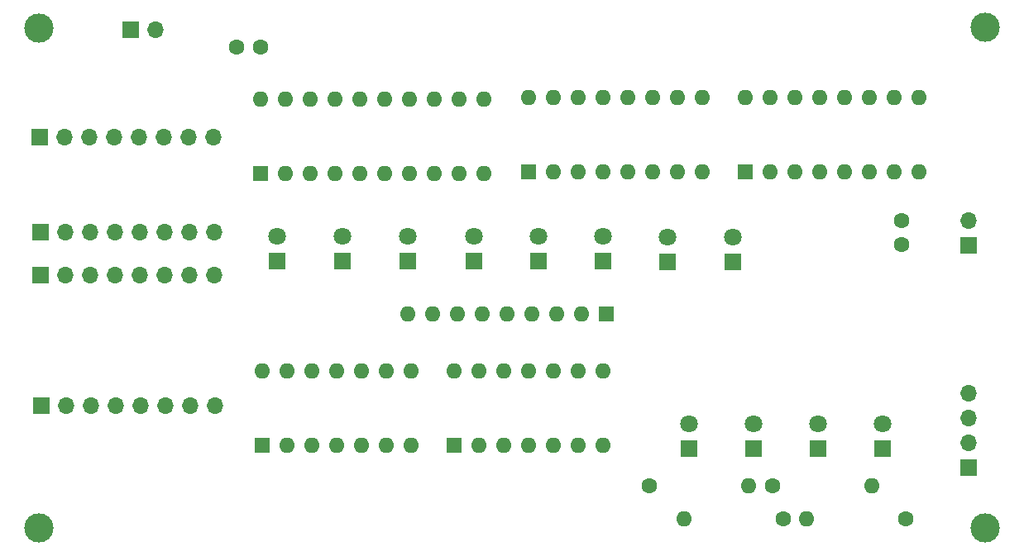
<source format=gbr>
%TF.GenerationSoftware,KiCad,Pcbnew,(5.1.9-0-10_14)*%
%TF.CreationDate,2021-04-29T09:46:35-04:00*%
%TF.ProjectId,ALU,414c552e-6b69-4636-9164-5f7063625858,rev?*%
%TF.SameCoordinates,Original*%
%TF.FileFunction,Soldermask,Top*%
%TF.FilePolarity,Negative*%
%FSLAX46Y46*%
G04 Gerber Fmt 4.6, Leading zero omitted, Abs format (unit mm)*
G04 Created by KiCad (PCBNEW (5.1.9-0-10_14)) date 2021-04-29 09:46:35*
%MOMM*%
%LPD*%
G01*
G04 APERTURE LIST*
%ADD10O,1.700000X1.700000*%
%ADD11R,1.700000X1.700000*%
%ADD12O,1.600000X1.600000*%
%ADD13R,1.600000X1.600000*%
%ADD14C,1.800000*%
%ADD15R,1.800000X1.800000*%
%ADD16C,1.600000*%
%ADD17C,3.000000*%
G04 APERTURE END LIST*
D10*
%TO.C,J7*%
X82529680Y-57109360D03*
D11*
X79989680Y-57109360D03*
%TD*%
D10*
%TO.C,J3*%
X88574880Y-95656400D03*
X86034880Y-95656400D03*
X83494880Y-95656400D03*
X80954880Y-95656400D03*
X78414880Y-95656400D03*
X75874880Y-95656400D03*
X73334880Y-95656400D03*
D11*
X70794880Y-95656400D03*
%TD*%
D10*
%TO.C,J5*%
X165755320Y-94391480D03*
X165755320Y-96931480D03*
X165755320Y-99471480D03*
D11*
X165755320Y-102011480D03*
%TD*%
D12*
%TO.C,RN1*%
X108366560Y-86314280D03*
X110906560Y-86314280D03*
X113446560Y-86314280D03*
X115986560Y-86314280D03*
X118526560Y-86314280D03*
X121066560Y-86314280D03*
X123606560Y-86314280D03*
X126146560Y-86314280D03*
D13*
X128686560Y-86314280D03*
%TD*%
D14*
%TO.C,D8*%
X141569440Y-78359000D03*
D15*
X141569440Y-80899000D03*
%TD*%
D14*
%TO.C,D7*%
X134940040Y-78359000D03*
D15*
X134940040Y-80899000D03*
%TD*%
D14*
%TO.C,D6*%
X128325880Y-78348840D03*
D15*
X128325880Y-80888840D03*
%TD*%
D14*
%TO.C,D5*%
X121696480Y-78333600D03*
D15*
X121696480Y-80873600D03*
%TD*%
D14*
%TO.C,D4*%
X115067080Y-78333600D03*
D15*
X115067080Y-80873600D03*
%TD*%
D14*
%TO.C,D3*%
X108351320Y-78333600D03*
D15*
X108351320Y-80873600D03*
%TD*%
D14*
%TO.C,D2*%
X101635560Y-78333600D03*
D15*
X101635560Y-80873600D03*
%TD*%
D14*
%TO.C,D1*%
X94935040Y-78308200D03*
D15*
X94935040Y-80848200D03*
%TD*%
D16*
%TO.C,C4*%
X90794200Y-58887360D03*
X93294200Y-58887360D03*
%TD*%
D17*
%TO.C,REF\u002A\u002A*%
X167457120Y-56926480D03*
%TD*%
%TO.C,REF\u002A\u002A*%
X167467280Y-108224320D03*
%TD*%
%TO.C,REF\u002A\u002A*%
X70591680Y-108193840D03*
%TD*%
%TO.C,REF\u002A\u002A*%
X70586600Y-56956960D03*
%TD*%
D10*
%TO.C,J6*%
X88539320Y-82326480D03*
X85999320Y-82326480D03*
X83459320Y-82326480D03*
X80919320Y-82326480D03*
X78379320Y-82326480D03*
X75839320Y-82326480D03*
X73299320Y-82326480D03*
D11*
X70759320Y-82326480D03*
%TD*%
D10*
%TO.C,J4*%
X88529160Y-77876400D03*
X85989160Y-77876400D03*
X83449160Y-77876400D03*
X80909160Y-77876400D03*
X78369160Y-77876400D03*
X75829160Y-77876400D03*
X73289160Y-77876400D03*
D11*
X70749160Y-77876400D03*
%TD*%
D12*
%TO.C,U15*%
X93411040Y-92120720D03*
X108651040Y-99740720D03*
X95951040Y-92120720D03*
X106111040Y-99740720D03*
X98491040Y-92120720D03*
X103571040Y-99740720D03*
X101031040Y-92120720D03*
X101031040Y-99740720D03*
X103571040Y-92120720D03*
X98491040Y-99740720D03*
X106111040Y-92120720D03*
X95951040Y-99740720D03*
X108651040Y-92120720D03*
D13*
X93411040Y-99740720D03*
%TD*%
D12*
%TO.C,U14*%
X113060480Y-92110560D03*
X128300480Y-99730560D03*
X115600480Y-92110560D03*
X125760480Y-99730560D03*
X118140480Y-92110560D03*
X123220480Y-99730560D03*
X120680480Y-92110560D03*
X120680480Y-99730560D03*
X123220480Y-92110560D03*
X118140480Y-99730560D03*
X125760480Y-92110560D03*
X115600480Y-99730560D03*
X128300480Y-92110560D03*
D13*
X113060480Y-99730560D03*
%TD*%
D12*
%TO.C,U13*%
X120703340Y-64089280D03*
X138483340Y-71709280D03*
X123243340Y-64089280D03*
X135943340Y-71709280D03*
X125783340Y-64089280D03*
X133403340Y-71709280D03*
X128323340Y-64089280D03*
X130863340Y-71709280D03*
X130863340Y-64089280D03*
X128323340Y-71709280D03*
X133403340Y-64089280D03*
X125783340Y-71709280D03*
X135943340Y-64089280D03*
X123243340Y-71709280D03*
X138483340Y-64089280D03*
D13*
X120703340Y-71709280D03*
%TD*%
D12*
%TO.C,U12*%
X142859760Y-64089280D03*
X160639760Y-71709280D03*
X145399760Y-64089280D03*
X158099760Y-71709280D03*
X147939760Y-64089280D03*
X155559760Y-71709280D03*
X150479760Y-64089280D03*
X153019760Y-71709280D03*
X153019760Y-64089280D03*
X150479760Y-71709280D03*
X155559760Y-64089280D03*
X147939760Y-71709280D03*
X158099760Y-64089280D03*
X145399760Y-71709280D03*
X160639760Y-64089280D03*
D13*
X142859760Y-71709280D03*
%TD*%
D12*
%TO.C,U11*%
X93294200Y-64256920D03*
X116154200Y-71876920D03*
X95834200Y-64256920D03*
X113614200Y-71876920D03*
X98374200Y-64256920D03*
X111074200Y-71876920D03*
X100914200Y-64256920D03*
X108534200Y-71876920D03*
X103454200Y-64256920D03*
X105994200Y-71876920D03*
X105994200Y-64256920D03*
X103454200Y-71876920D03*
X108534200Y-64256920D03*
X100914200Y-71876920D03*
X111074200Y-64256920D03*
X98374200Y-71876920D03*
X113614200Y-64256920D03*
X95834200Y-71876920D03*
X116154200Y-64256920D03*
D13*
X93294200Y-71876920D03*
%TD*%
D12*
%TO.C,R4*%
X143250920Y-103896160D03*
D16*
X133090920Y-103896160D03*
%TD*%
D12*
%TO.C,R3*%
X155829000Y-103896160D03*
D16*
X145669000Y-103896160D03*
%TD*%
D12*
%TO.C,R2*%
X136601200Y-107243880D03*
D16*
X146761200Y-107243880D03*
%TD*%
D12*
%TO.C,R1*%
X149179280Y-107243880D03*
D16*
X159339280Y-107243880D03*
%TD*%
D10*
%TO.C,J2*%
X88407240Y-68143120D03*
X85867240Y-68143120D03*
X83327240Y-68143120D03*
X80787240Y-68143120D03*
X78247240Y-68143120D03*
X75707240Y-68143120D03*
X73167240Y-68143120D03*
D11*
X70627240Y-68143120D03*
%TD*%
D10*
%TO.C,J1*%
X165755320Y-76667360D03*
D11*
X165755320Y-79207360D03*
%TD*%
D14*
%TO.C,D28*%
X137114280Y-97561400D03*
D15*
X137114280Y-100101400D03*
%TD*%
D14*
%TO.C,D27*%
X143743680Y-97566480D03*
D15*
X143743680Y-100106480D03*
%TD*%
D14*
%TO.C,D26*%
X150352760Y-97556320D03*
D15*
X150352760Y-100096320D03*
%TD*%
D14*
%TO.C,D25*%
X156966920Y-97551240D03*
D15*
X156966920Y-100091240D03*
%TD*%
D16*
%TO.C,C5*%
X158902400Y-79172440D03*
X158902400Y-76672440D03*
%TD*%
M02*

</source>
